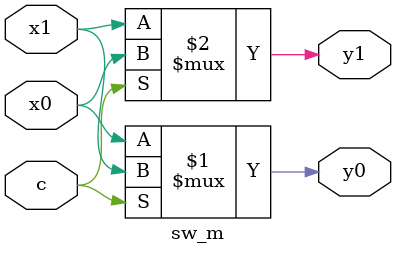
<source format=sv>
module sw_m #(parameter SIZE=1) (
    output wire [SIZE-1:0] y0,
    output wire [SIZE-1:0] y1,
    input wire c,
    input wire [SIZE-1:0] x0,
    input wire [SIZE-1:0] x1
);
    // Switch multiple wires.
    assign y0 = c ? x1 : x0;
    assign y1 = c ? x0 : x1;
endmodule

</source>
